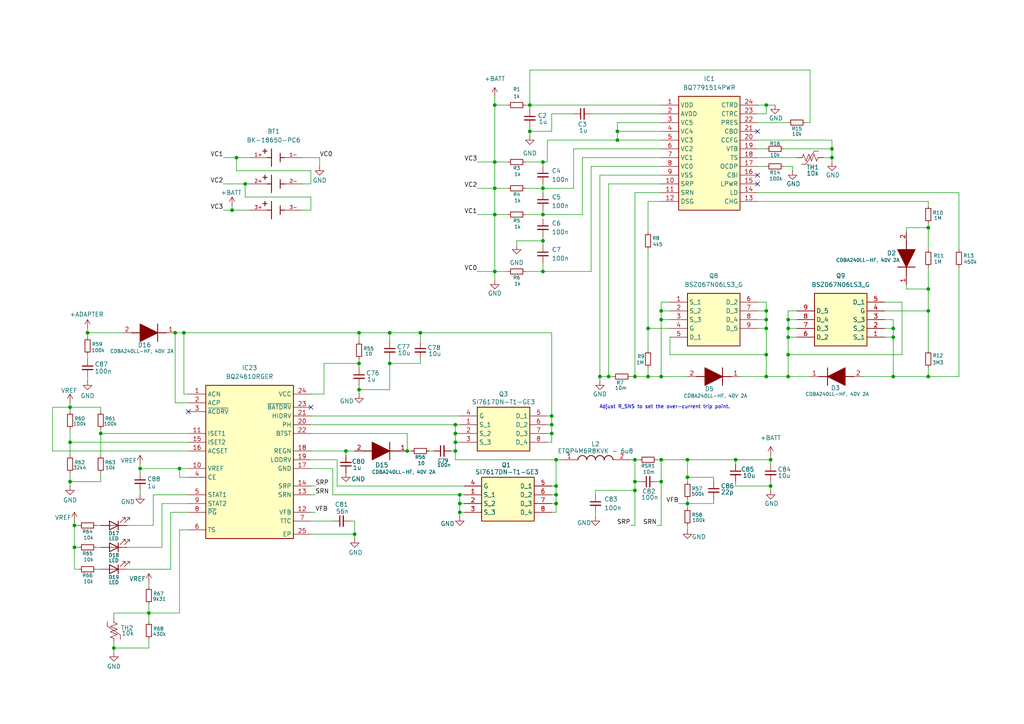
<source format=kicad_sch>
(kicad_sch (version 20250114) (generator "eeschema") (generator_version "9.0")
  (paper "A4")
  (title_block (title "HEDGE2 EPS") (date "2025-10-29") (rev "V0.8") (company "University of Virginia") (comment 1 "Department of Mechanical and Aerospace Engineering") (comment 2 "Edison Wong"))
  (text "Adjust R_SNS to set the over-current trip point." (at 192.786 118.11 0) (effects (font (size 1.016 1.016))))
  (junction (at 157.48 46.99))
  (junction (at 133.35 146.05))
  (junction (at 222.25 95.25))
  (junction (at 29.21 125.73))
  (junction (at 269.24 90.17))
  (junction (at 199.39 138.43))
  (junction (at 21.59 158.75))
  (junction (at 68.58 45.72))
  (junction (at 184.15 142.24))
  (junction (at 104.14 113.03))
  (junction (at 228.6 102.87))
  (junction (at 269.24 66.04))
  (junction (at 228.6 92.71))
  (junction (at 187.96 95.25))
  (junction (at 269.24 83.82))
  (junction (at 157.48 69.85))
  (junction (at 191.77 139.7))
  (junction (at 113.03 96.52))
  (junction (at 71.12 53.34))
  (junction (at 143.51 46.99))
  (junction (at 25.4 96.52))
  (junction (at 20.32 139.7))
  (junction (at 121.92 96.52))
  (junction (at 161.29 143.51))
  (junction (at 184.15 133.35))
  (junction (at 241.3 45.72))
  (junction (at 133.35 143.51))
  (junction (at 161.29 140.97))
  (junction (at 176.53 109.22))
  (junction (at 179.07 38.1))
  (junction (at 33.02 187.96))
  (junction (at 191.77 133.35))
  (junction (at 241.3 43.18))
  (junction (at 191.77 92.71))
  (junction (at 187.96 109.22))
  (junction (at 132.08 128.27))
  (junction (at 20.32 128.27))
  (junction (at 173.99 109.22))
  (junction (at 143.51 78.74))
  (junction (at 222.25 92.71))
  (junction (at 143.51 62.23))
  (junction (at 222.25 90.17))
  (junction (at 113.03 105.41))
  (junction (at 153.67 38.1))
  (junction (at 157.48 78.74))
  (junction (at 259.08 97.79))
  (junction (at 157.48 62.23))
  (junction (at 102.87 154.94))
  (junction (at 104.14 105.41))
  (junction (at 160.02 123.19))
  (junction (at 52.07 135.89))
  (junction (at 100.33 130.81))
  (junction (at 143.51 54.61))
  (junction (at 199.39 146.05))
  (junction (at 259.08 109.22))
  (junction (at 104.14 96.52))
  (junction (at 228.6 97.79))
  (junction (at 223.52 133.35))
  (junction (at 228.6 109.22))
  (junction (at 269.24 109.22))
  (junction (at 161.29 146.05))
  (junction (at 43.18 177.8))
  (junction (at 50.8 96.52))
  (junction (at 132.08 125.73))
  (junction (at 53.34 96.52))
  (junction (at 132.08 123.19))
  (junction (at 20.32 118.11))
  (junction (at 67.31 60.96))
  (junction (at 133.35 148.59))
  (junction (at 199.39 133.35))
  (junction (at 191.77 109.22))
  (junction (at 259.08 95.25))
  (junction (at 191.77 90.17))
  (junction (at 213.36 133.35))
  (junction (at 160.02 120.65))
  (junction (at 222.25 30.48))
  (junction (at 161.29 133.35))
  (junction (at 160.02 125.73))
  (junction (at 184.15 109.22))
  (junction (at 118.11 130.81))
  (junction (at 223.52 140.97))
  (junction (at 222.25 109.22))
  (junction (at 222.25 102.87))
  (junction (at 132.08 130.81))
  (junction (at 184.15 139.7))
  (junction (at 40.64 135.89))
  (junction (at 153.67 30.48))
  (junction (at 143.51 30.48))
  (junction (at 228.6 95.25))
  (junction (at 21.59 152.4))
  (junction (at 179.07 40.64))
  (junction (at 157.48 54.61))
  (no_connect (at 219.71 53.34))
  (no_connect (at 90.17 118.11))
  (no_connect (at -34.29 44.45))
  (no_connect (at 54.61 119.38))
  (no_connect (at 219.71 38.1))
  (no_connect (at 219.71 50.8))
  (wire (pts (xy 199.39 133.35) (xy 199.39 138.43)))
  (wire (pts (xy 176.53 53.34) (xy 176.53 109.22)))
  (wire (pts (xy 191.77 133.35) (xy 190.5 133.35)))
  (wire (pts (xy 133.35 143.51) (xy 133.35 146.05)))
  (wire (pts (xy 269.24 90.17) (xy 269.24 83.82)))
  (wire (pts (xy 278.13 55.88) (xy 278.13 72.39)))
  (wire (pts (xy 184.15 152.4) (xy 184.15 142.24)))
  (wire (pts (xy 54.61 114.3) (xy 53.34 114.3)))
  (wire (pts (xy 223.52 140.97) (xy 223.52 139.7)))
  (wire (pts (xy 256.54 92.71) (xy 259.08 92.71)))
  (wire (pts (xy 90.17 135.89) (xy 96.52 135.89)))
  (wire (pts (xy 228.6 92.71) (xy 231.14 92.71)))
  (wire (pts (xy 97.79 140.97) (xy 134.62 140.97)))
  (wire (pts (xy 269.24 83.82) (xy 262.89 83.82)))
  (wire (pts (xy 191.77 133.35) (xy 199.39 133.35)))
  (wire (pts (xy 194.31 102.87) (xy 222.25 102.87)))
  (wire (pts (xy 90.17 53.34) (xy 90.17 49.53)))
  (wire (pts (xy 173.99 50.8) (xy 191.77 50.8)))
  (wire (pts (xy 259.08 97.79) (xy 259.08 109.22)))
  (wire (pts (xy 20.32 140.97) (xy 20.32 139.7)))
  (wire (pts (xy 207.01 138.43) (xy 207.01 139.7)))
  (wire (pts (xy 29.21 118.11) (xy 20.32 118.11)))
  (wire (pts (xy 158.75 46.99) (xy 158.75 40.64)))
  (wire (pts (xy 161.29 146.05) (xy 160.02 146.05)))
  (wire (pts (xy 133.35 146.05) (xy 134.62 146.05)))
  (wire (pts (xy 20.32 116.84) (xy 20.32 118.11)))
  (wire (pts (xy 102.87 151.13) (xy 102.87 154.94)))
  (wire (pts (xy 173.99 110.49) (xy 173.99 109.22)))
  (wire (pts (xy 67.31 59.69) (xy 67.31 60.96)))
  (wire (pts (xy 173.99 50.8) (xy 173.99 109.22)))
  (wire (pts (xy 121.92 96.52) (xy 160.02 96.52)))
  (wire (pts (xy 138.43 78.74) (xy 143.51 78.74)))
  (wire (pts (xy 90.17 151.13) (xy 96.52 151.13)))
  (wire (pts (xy 21.59 152.4) (xy 21.59 158.75)))
  (wire (pts (xy 36.83 152.4) (xy 44.45 152.4)))
  (wire (pts (xy 269.24 109.22) (xy 269.24 106.68)))
  (wire (pts (xy 153.67 30.48) (xy 191.77 30.48)))
  (wire (pts (xy 228.6 102.87) (xy 261.62 102.87)))
  (wire (pts (xy 191.77 152.4) (xy 191.77 139.7)))
  (wire (pts (xy 21.59 151.13) (xy 21.59 152.4)))
  (wire (pts (xy 227.33 48.26) (xy 229.87 48.26)))
  (wire (pts (xy 223.52 132.08) (xy 223.52 133.35)))
  (wire (pts (xy 100.33 130.81) (xy 102.87 130.81)))
  (wire (pts (xy 184.15 139.7) (xy 184.15 142.24)))
  (wire (pts (xy 199.39 146.05) (xy 199.39 147.32)))
  (wire (pts (xy 160.02 33.02) (xy 166.37 33.02)))
  (wire (pts (xy 176.53 109.22) (xy 177.8 109.22)))
  (wire (pts (xy 20.32 139.7) (xy 29.21 139.7)))
  (wire (pts (xy 64.77 53.34) (xy 71.12 53.34)))
  (wire (pts (xy 97.79 133.35) (xy 97.79 140.97)))
  (wire (pts (xy 101.6 151.13) (xy 102.87 151.13)))
  (wire (pts (xy 213.36 139.7) (xy 213.36 140.97)))
  (wire (pts (xy 25.4 102.87) (xy 25.4 104.14)))
  (wire (pts (xy 121.92 104.14) (xy 121.92 105.41)))
  (wire (pts (xy 152.4 78.74) (xy 157.48 78.74)))
  (wire (pts (xy 121.92 99.06) (xy 121.92 96.52)))
  (wire (pts (xy 104.14 99.06) (xy 104.14 96.52)))
  (wire (pts (xy 157.48 54.61) (xy 157.48 55.88)))
  (wire (pts (xy 182.88 133.35) (xy 184.15 133.35)))
  (wire (pts (xy 187.96 72.39) (xy 187.96 95.25)))
  (wire (pts (xy 199.39 144.78) (xy 199.39 146.05)))
  (wire (pts (xy 20.32 128.27) (xy 54.61 128.27)))
  (wire (pts (xy 52.07 153.67) (xy 52.07 177.8)))
  (wire (pts (xy 25.4 96.52) (xy 35.56 96.52)))
  (wire (pts (xy 160.02 125.73) (xy 158.75 125.73)))
  (wire (pts (xy 20.32 118.11) (xy 20.32 119.38)))
  (wire (pts (xy 158.75 120.65) (xy 160.02 120.65)))
  (wire (pts (xy 223.52 140.97) (xy 223.52 142.24)))
  (wire (pts (xy 29.21 125.73) (xy 29.21 132.08)))
  (wire (pts (xy 179.07 35.56) (xy 191.77 35.56)))
  (wire (pts (xy 121.92 105.41) (xy 113.03 105.41)))
  (wire (pts (xy 40.64 135.89) (xy 52.07 135.89)))
  (wire (pts (xy 222.25 33.02) (xy 219.71 33.02)))
  (wire (pts (xy 176.53 53.34) (xy 191.77 53.34)))
  (wire (pts (xy 184.15 55.88) (xy 184.15 109.22)))
  (wire (pts (xy 149.86 69.85) (xy 149.86 71.12)))
  (wire (pts (xy 153.67 20.32) (xy 234.95 20.32)))
  (wire (pts (xy 259.08 92.71) (xy 259.08 95.25)))
  (wire (pts (xy 214.63 109.22) (xy 222.25 109.22)))
  (wire (pts (xy 187.96 95.25) (xy 187.96 101.6)))
  (wire (pts (xy 93.98 114.3) (xy 93.98 105.41)))
  (wire (pts (xy 20.32 118.11) (xy 15.24 118.11)))
  (wire (pts (xy 143.51 54.61) (xy 143.51 62.23)))
  (wire (pts (xy 219.71 92.71) (xy 222.25 92.71)))
  (wire (pts (xy 187.96 58.42) (xy 191.77 58.42)))
  (wire (pts (xy 228.6 92.71) (xy 228.6 95.25)))
  (wire (pts (xy 143.51 46.99) (xy 143.51 30.48)))
  (wire (pts (xy 219.71 40.64) (xy 241.3 40.64)))
  (wire (pts (xy 256.54 87.63) (xy 261.62 87.63)))
  (wire (pts (xy 222.25 30.48) (xy 222.25 33.02)))
  (wire (pts (xy 229.87 48.26) (xy 229.87 49.53)))
  (wire (pts (xy 132.08 130.81) (xy 132.08 133.35)))
  (wire (pts (xy 29.21 137.16) (xy 29.21 139.7)))
  (wire (pts (xy 33.02 177.8) (xy 43.18 177.8)))
  (wire (pts (xy 113.03 96.52) (xy 104.14 96.52)))
  (wire (pts (xy 269.24 90.17) (xy 269.24 101.6)))
  (wire (pts (xy 199.39 139.7) (xy 199.39 138.43)))
  (wire (pts (xy 222.25 109.22) (xy 228.6 109.22)))
  (wire (pts (xy 29.21 125.73) (xy 54.61 125.73)))
  (wire (pts (xy 93.98 105.41) (xy 104.14 105.41)))
  (wire (pts (xy 213.36 133.35) (xy 223.52 133.35)))
  (wire (pts (xy 92.71 45.72) (xy 92.71 48.26)))
  (wire (pts (xy 191.77 92.71) (xy 194.31 92.71)))
  (wire (pts (xy 158.75 128.27) (xy 160.02 128.27)))
  (wire (pts (xy 50.8 96.52) (xy 53.34 96.52)))
  (wire (pts (xy 172.72 142.24) (xy 184.15 142.24)))
  (wire (pts (xy 52.07 138.43) (xy 52.07 135.89)))
  (wire (pts (xy 54.61 148.59) (xy 49.53 148.59)))
  (wire (pts (xy 27.94 158.75) (xy 29.21 158.75)))
  (wire (pts (xy 199.39 146.05) (xy 196.85 146.05)))
  (wire (pts (xy 168.91 45.72) (xy 191.77 45.72)))
  (wire (pts (xy 191.77 87.63) (xy 191.77 90.17)))
  (wire (pts (xy 207.01 144.78) (xy 207.01 146.05)))
  (wire (pts (xy 269.24 66.04) (xy 269.24 64.77)))
  (wire (pts (xy 219.71 45.72) (xy 231.14 45.72)))
  (wire (pts (xy 152.4 62.23) (xy 157.48 62.23)))
  (wire (pts (xy 90.17 57.15) (xy 90.17 60.96)))
  (wire (pts (xy 160.02 123.19) (xy 160.02 125.73)))
  (wire (pts (xy 71.12 53.34) (xy 72.39 53.34)))
  (wire (pts (xy 219.71 58.42) (xy 269.24 58.42)))
  (wire (pts (xy 134.62 143.51) (xy 133.35 143.51)))
  (wire (pts (xy 20.32 137.16) (xy 20.32 139.7)))
  (wire (pts (xy 25.4 95.25) (xy 25.4 96.52)))
  (wire (pts (xy 53.34 114.3) (xy 53.34 96.52)))
  (wire (pts (xy 219.71 90.17) (xy 222.25 90.17)))
  (wire (pts (xy 157.48 48.26) (xy 157.48 46.99)))
  (wire (pts (xy 52.07 135.89) (xy 54.61 135.89)))
  (wire (pts (xy 160.02 96.52) (xy 160.02 120.65)))
  (wire (pts (xy 179.07 38.1) (xy 191.77 38.1)))
  (wire (pts (xy 153.67 36.83) (xy 153.67 38.1)))
  (wire (pts (xy 67.31 60.96) (xy 72.39 60.96)))
  (wire (pts (xy 133.35 125.73) (xy 132.08 125.73)))
  (wire (pts (xy 261.62 87.63) (xy 261.62 102.87)))
  (wire (pts (xy 256.54 95.25) (xy 259.08 95.25)))
  (wire (pts (xy 132.08 123.19) (xy 132.08 125.73)))
  (wire (pts (xy 259.08 97.79) (xy 259.08 95.25)))
  (wire (pts (xy 262.89 67.31) (xy 262.89 66.04)))
  (wire (pts (xy 191.77 109.22) (xy 199.39 109.22)))
  (wire (pts (xy 90.17 114.3) (xy 93.98 114.3)))
  (wire (pts (xy 124.46 130.81) (xy 125.73 130.81)))
  (wire (pts (xy 278.13 77.47) (xy 278.13 109.22)))
  (wire (pts (xy 25.4 96.52) (xy 25.4 97.79)))
  (wire (pts (xy 132.08 123.19) (xy 133.35 123.19)))
  (wire (pts (xy 43.18 187.96) (xy 33.02 187.96)))
  (wire (pts (xy 118.11 125.73) (xy 118.11 130.81)))
  (wire (pts (xy 228.6 97.79) (xy 231.14 97.79)))
  (wire (pts (xy 234.95 35.56) (xy 233.68 35.56)))
  (wire (pts (xy 20.32 124.46) (xy 20.32 128.27)))
  (wire (pts (xy 259.08 109.22) (xy 269.24 109.22)))
  (wire (pts (xy 231.14 90.17) (xy 228.6 90.17)))
  (wire (pts (xy 104.14 113.03) (xy 104.14 114.3)))
  (wire (pts (xy 100.33 130.81) (xy 100.33 132.08)))
  (wire (pts (xy 166.37 54.61) (xy 157.48 54.61)))
  (wire (pts (xy 138.43 62.23) (xy 143.51 62.23)))
  (wire (pts (xy 102.87 156.21) (xy 102.87 154.94)))
  (wire (pts (xy 143.51 78.74) (xy 143.51 81.28)))
  (wire (pts (xy 49.53 148.59) (xy 49.53 165.1)))
  (wire (pts (xy 90.17 143.51) (xy 91.44 143.51)))
  (wire (pts (xy 219.71 43.18) (xy 222.25 43.18)))
  (wire (pts (xy 27.94 152.4) (xy 29.21 152.4)))
  (wire (pts (xy 68.58 45.72) (xy 72.39 45.72)))
  (wire (pts (xy 168.91 62.23) (xy 157.48 62.23)))
  (wire (pts (xy 199.39 138.43) (xy 207.01 138.43)))
  (wire (pts (xy 15.24 130.81) (xy 54.61 130.81)))
  (wire (pts (xy 113.03 105.41) (xy 113.03 113.03)))
  (wire (pts (xy 40.64 137.16) (xy 40.64 135.89)))
  (wire (pts (xy 90.17 154.94) (xy 102.87 154.94)))
  (wire (pts (xy 161.29 148.59) (xy 161.29 146.05)))
  (wire (pts (xy 184.15 133.35) (xy 185.42 133.35)))
  (wire (pts (xy 241.3 45.72) (xy 241.3 43.18)))
  (wire (pts (xy 113.03 96.52) (xy 113.03 99.06)))
  (wire (pts (xy 223.52 133.35) (xy 223.52 134.62)))
  (wire (pts (xy 71.12 57.15) (xy 90.17 57.15)))
  (wire (pts (xy 54.61 146.05) (xy 46.99 146.05)))
  (wire (pts (xy 179.07 40.64) (xy 191.77 40.64)))
  (wire (pts (xy 43.18 185.42) (xy 43.18 187.96)))
  (wire (pts (xy 179.07 38.1) (xy 179.07 40.64)))
  (wire (pts (xy 190.5 152.4) (xy 191.77 152.4)))
  (wire (pts (xy 160.02 148.59) (xy 161.29 148.59)))
  (wire (pts (xy 191.77 90.17) (xy 194.31 90.17)))
  (wire (pts (xy 160.02 140.97) (xy 161.29 140.97)))
  (wire (pts (xy 157.48 54.61) (xy 157.48 53.34)))
  (wire (pts (xy 199.39 152.4) (xy 199.39 153.67)))
  (wire (pts (xy 162.56 133.35) (xy 161.29 133.35)))
  (wire (pts (xy 158.75 123.19) (xy 160.02 123.19)))
  (wire (pts (xy 153.67 30.48) (xy 153.67 31.75)))
  (wire (pts (xy 52.07 153.67) (xy 54.61 153.67)))
  (wire (pts (xy 90.17 123.19) (xy 132.08 123.19)))
  (wire (pts (xy 161.29 133.35) (xy 161.29 140.97)))
  (wire (pts (xy 44.45 152.4) (xy 44.45 143.51)))
  (wire (pts (xy 241.3 45.72) (xy 241.3 46.99)))
  (wire (pts (xy 132.08 133.35) (xy 161.29 133.35)))
  (wire (pts (xy 213.36 133.35) (xy 213.36 134.62)))
  (wire (pts (xy 113.03 104.14) (xy 113.03 105.41)))
  (wire (pts (xy 190.5 139.7) (xy 191.77 139.7)))
  (wire (pts (xy 149.86 69.85) (xy 157.48 69.85)))
  (wire (pts (xy 191.77 90.17) (xy 191.77 92.71)))
  (wire (pts (xy 228.6 97.79) (xy 228.6 102.87)))
  (wire (pts (xy 171.45 33.02) (xy 191.77 33.02)))
  (wire (pts (xy 179.07 35.56) (xy 179.07 38.1)))
  (wire (pts (xy 222.25 95.25) (xy 219.71 95.25)))
  (wire (pts (xy 184.15 139.7) (xy 184.15 133.35)))
  (wire (pts (xy 234.95 20.32) (xy 234.95 35.56)))
  (wire (pts (xy 96.52 143.51) (xy 133.35 143.51)))
  (wire (pts (xy 219.71 55.88) (xy 278.13 55.88)))
  (wire (pts (xy 25.4 109.22) (xy 25.4 110.49)))
  (wire (pts (xy 160.02 128.27) (xy 160.02 125.73)))
  (wire (pts (xy 29.21 119.38) (xy 29.21 118.11)))
  (wire (pts (xy 21.59 158.75) (xy 22.86 158.75)))
  (wire (pts (xy 49.53 165.1) (xy 36.83 165.1)))
  (wire (pts (xy 143.51 46.99) (xy 138.43 46.99)))
  (wire (pts (xy 157.48 68.58) (xy 157.48 69.85)))
  (wire (pts (xy 43.18 168.91) (xy 43.18 170.18)))
  (wire (pts (xy 160.02 120.65) (xy 160.02 123.19)))
  (wire (pts (xy 187.96 109.22) (xy 191.77 109.22)))
  (wire (pts (xy 46.99 158.75) (xy 36.83 158.75)))
  (wire (pts (xy 238.76 45.72) (xy 241.3 45.72)))
  (wire (pts (xy 182.88 109.22) (xy 184.15 109.22)))
  (wire (pts (xy 157.48 78.74) (xy 171.45 78.74)))
  (wire (pts (xy 228.6 102.87) (xy 228.6 109.22)))
  (wire (pts (xy 147.32 46.99) (xy 143.51 46.99)))
  (wire (pts (xy 46.99 146.05) (xy 46.99 158.75)))
  (wire (pts (xy 222.25 87.63) (xy 222.25 90.17)))
  (wire (pts (xy 194.31 87.63) (xy 191.77 87.63)))
  (wire (pts (xy 33.02 186.69) (xy 33.02 187.96)))
  (wire (pts (xy 143.51 54.61) (xy 147.32 54.61)))
  (wire (pts (xy 130.81 130.81) (xy 132.08 130.81)))
  (wire (pts (xy 187.96 58.42) (xy 187.96 67.31)))
  (wire (pts (xy 96.52 135.89) (xy 96.52 143.51)))
  (wire (pts (xy 113.03 113.03) (xy 104.14 113.03)))
  (wire (pts (xy 143.51 46.99) (xy 143.51 54.61)))
  (wire (pts (xy 33.02 187.96) (xy 33.02 189.23)))
  (wire (pts (xy 219.71 35.56) (xy 228.6 35.56)))
  (wire (pts (xy 43.18 175.26) (xy 43.18 177.8)))
  (wire (pts (xy 90.17 148.59) (xy 91.44 148.59)))
  (wire (pts (xy 143.51 62.23) (xy 143.51 78.74)))
  (wire (pts (xy 191.77 55.88) (xy 184.15 55.88)))
  (wire (pts (xy 199.39 146.05) (xy 207.01 146.05)))
  (wire (pts (xy 157.48 78.74) (xy 157.48 76.2)))
  (wire (pts (xy 184.15 109.22) (xy 187.96 109.22)))
  (wire (pts (xy 133.35 148.59) (xy 133.35 149.86)))
  (wire (pts (xy 213.36 140.97) (xy 223.52 140.97)))
  (wire (pts (xy 157.48 46.99) (xy 158.75 46.99)))
  (wire (pts (xy 160.02 143.51) (xy 161.29 143.51)))
  (wire (pts (xy 87.63 53.34) (xy 90.17 53.34)))
  (wire (pts (xy 256.54 97.79) (xy 259.08 97.79)))
  (wire (pts (xy 187.96 106.68) (xy 187.96 109.22)))
  (wire (pts (xy 90.17 120.65) (xy 133.35 120.65)))
  (wire (pts (xy 173.99 109.22) (xy 176.53 109.22)))
  (wire (pts (xy 185.42 139.7) (xy 184.15 139.7)))
  (wire (pts (xy 143.51 30.48) (xy 147.32 30.48)))
  (wire (pts (xy 90.17 130.81) (xy 100.33 130.81)))
  (wire (pts (xy 166.37 43.18) (xy 191.77 43.18)))
  (wire (pts (xy 20.32 128.27) (xy 20.32 132.08)))
  (wire (pts (xy 161.29 143.51) (xy 161.29 146.05)))
  (wire (pts (xy 187.96 95.25) (xy 194.31 95.25)))
  (wire (pts (xy 256.54 90.17) (xy 269.24 90.17)))
  (wire (pts (xy 228.6 95.25) (xy 228.6 97.79)))
  (wire (pts (xy 241.3 40.64) (xy 241.3 43.18)))
  (wire (pts (xy 134.62 148.59) (xy 133.35 148.59)))
  (wire (pts (xy 172.72 143.51) (xy 172.72 142.24)))
  (wire (pts (xy 222.25 30.48) (xy 224.79 30.48)))
  (wire (pts (xy 219.71 48.26) (xy 222.25 48.26)))
  (wire (pts (xy 171.45 78.74) (xy 171.45 48.26)))
  (wire (pts (xy 222.25 92.71) (xy 222.25 95.25)))
  (wire (pts (xy 43.18 177.8) (xy 43.18 180.34)))
  (wire (pts (xy 68.58 49.53) (xy 68.58 45.72)))
  (wire (pts (xy 44.45 143.51) (xy 54.61 143.51)))
  (wire (pts (xy 199.39 133.35) (xy 213.36 133.35)))
  (wire (pts (xy 87.63 45.72) (xy 92.71 45.72)))
  (wire (pts (xy 54.61 138.43) (xy 52.07 138.43)))
  (wire (pts (xy 50.8 116.84) (xy 54.61 116.84)))
  (wire (pts (xy 153.67 38.1) (xy 160.02 38.1)))
  (wire (pts (xy 33.02 179.07) (xy 33.02 177.8)))
  (wire (pts (xy 172.72 148.59) (xy 172.72 149.86)))
  (wire (pts (xy 228.6 109.22) (xy 234.95 109.22)))
  (wire (pts (xy 90.17 140.97) (xy 91.44 140.97)))
  (wire (pts (xy 132.08 125.73) (xy 132.08 128.27)))
  (wire (pts (xy 157.48 69.85) (xy 157.48 71.12)))
  (wire (pts (xy 222.25 95.25) (xy 222.25 102.87)))
  (wire (pts (xy 219.71 87.63) (xy 222.25 87.63)))
  (wire (pts (xy 15.24 118.11) (xy 15.24 130.81)))
  (wire (pts (xy 219.71 30.48) (xy 222.25 30.48)))
  (wire (pts (xy 64.77 60.96) (xy 67.31 60.96)))
  (wire (pts (xy 227.33 43.18) (xy 241.3 43.18)))
  (wire (pts (xy 133.35 128.27) (xy 132.08 128.27)))
  (wire (pts (xy 90.17 133.35) (xy 97.79 133.35)))
  (wire (pts (xy 40.64 134.62) (xy 40.64 135.89)))
  (wire (pts (xy 104.14 111.76) (xy 104.14 113.03)))
  (wire (pts (xy 104.14 96.52) (xy 53.34 96.52)))
  (wire (pts (xy 118.11 130.81) (xy 119.38 130.81)))
  (wire (pts (xy 152.4 54.61) (xy 157.48 54.61)))
  (wire (pts (xy 262.89 66.04) (xy 269.24 66.04)))
  (wire (pts (xy 104.14 105.41) (xy 104.14 104.14)))
  (wire (pts (xy 64.77 45.72) (xy 68.58 45.72)))
  (wire (pts (xy 90.17 49.53) (xy 68.58 49.53)))
  (wire (pts (xy 191.77 139.7) (xy 191.77 133.35)))
  (wire (pts (xy 182.88 152.4) (xy 184.15 152.4)))
  (wire (pts (xy 71.12 53.34) (xy 71.12 57.15)))
  (wire (pts (xy 133.35 146.05) (xy 133.35 148.59)))
  (wire (pts (xy 132.08 128.27) (xy 132.08 130.81)))
  (wire (pts (xy 21.59 152.4) (xy 22.86 152.4)))
  (wire (pts (xy 269.24 109.22) (xy 278.13 109.22)))
  (wire (pts (xy 153.67 30.48) (xy 153.67 20.32)))
  (wire (pts (xy 104.14 105.41) (xy 104.14 106.68)))
  (wire (pts (xy 152.4 30.48) (xy 153.67 30.48)))
  (wire (pts (xy 157.48 62.23) (xy 157.48 60.96)))
  (wire (pts (xy 222.25 90.17) (xy 222.25 92.71)))
  (wire (pts (xy 191.77 92.71) (xy 191.77 109.22)))
  (wire (pts (xy 143.51 54.61) (xy 138.43 54.61)))
  (wire (pts (xy 40.64 143.51) (xy 40.64 142.24)))
  (wire (pts (xy 222.25 102.87) (xy 222.25 109.22)))
  (wire (pts (xy 269.24 77.47) (xy 269.24 83.82)))
  (wire (pts (xy 250.19 109.22) (xy 259.08 109.22)))
  (wire (pts (xy 21.59 158.75) (xy 21.59 165.1)))
  (wire (pts (xy 121.92 96.52) (xy 113.03 96.52)))
  (wire (pts (xy 262.89 83.82) (xy 262.89 82.55)))
  (wire (pts (xy 228.6 95.25) (xy 231.14 95.25)))
  (wire (pts (xy 50.8 96.52) (xy 50.8 116.84)))
  (wire (pts (xy 90.17 60.96) (xy 87.63 60.96)))
  (wire (pts (xy 194.31 97.79) (xy 194.31 102.87)))
  (wire (pts (xy 52.07 177.8) (xy 43.18 177.8)))
  (wire (pts (xy 269.24 66.04) (xy 269.24 72.39)))
  (wire (pts (xy 21.59 165.1) (xy 22.86 165.1)))
  (wire (pts (xy 166.37 43.18) (xy 166.37 54.61)))
  (wire (pts (xy 168.91 45.72) (xy 168.91 62.23)))
  (wire (pts (xy 160.02 33.02) (xy 160.02 38.1)))
  (wire (pts (xy 29.21 124.46) (xy 29.21 125.73)))
  (wire (pts (xy 90.17 125.73) (xy 118.11 125.73)))
  (wire (pts (xy 161.29 140.97) (xy 161.29 143.51)))
  (wire (pts (xy 228.6 90.17) (xy 228.6 92.71)))
  (wire (pts (xy 143.51 62.23) (xy 147.32 62.23)))
  (wire (pts (xy 269.24 58.42) (xy 269.24 59.69)))
  (wire (pts (xy 27.94 165.1) (xy 29.21 165.1)))
  (wire (pts (xy 143.51 27.94) (xy 143.51 30.48)))
  (wire (pts (xy 152.4 46.99) (xy 157.48 46.99)))
  (wire (pts (xy 143.51 78.74) (xy 147.32 78.74)))
  (wire (pts (xy 171.45 48.26) (xy 191.77 48.26)))
  (wire (pts (xy 158.75 40.64) (xy 179.07 40.64)))
  (wire (pts (xy 153.67 38.1) (xy 153.67 39.37)))
  (label "VC2" (at 64.77 53.34 180))
  (label "VFB" (at 91.44 148.59 0))
  (label "VC0" (at 138.43 78.74 180))
  (label "VC3" (at 64.77 60.96 180))
  (label "SRN" (at 91.44 143.51 0))
  (label "SRP" (at 91.44 140.97 0))
  (label "VC1" (at 64.77 45.72 180))
  (label "SRN" (at 190.5 152.4 180))
  (label "VC3" (at 138.43 46.99 180))
  (label "VC1" (at 138.43 62.23 180))
  (label "SRP" (at 182.88 152.4 180))
  (label "VC2" (at 138.43 54.61 180))
  (label "VC0" (at 92.71 45.72 0))
  (label "VFB" (at 196.85 146.05 180))
  (symbol (lib_id "power:GND") (at 133.35 149.86 0) (unit 1)
    (property "Reference" "#PWR0167" (effects (hide yes)))
    (property "Value" "GND" (at 129.794 151.892 0))
    (property "Description" "Power symbol creates a global label with name \"GND\" , ground" (effects (hide yes)))
  )
  (symbol (lib_id "Device:R_Small") (at 29.21 121.92 180) (unit 1)
    (property "Reference" "R61" (at 32.004 121.412 0) (effects (font (size 1.016 1.016))))
    (property "Value" "100k" (at 32.004 122.936 0) (effects (font (size 1.016 1.016))))
    (property "Description" "Current sense Resistor, small symbol" (effects (hide yes)))
  )
  (symbol (lib_id "Device:C_Small") (at 121.92 101.6 0) (unit 1)
    (property "Reference" "C78" (at 123.952 100.838 0) (effects (justify left)))
    (property "Value" "10u" (at 124.206 102.616 0) (effects (justify left)))
    (property "Description" "Unpolarized capacitor, small symbol" (effects (hide yes)))
  )
  (symbol (lib_id "HEDGE2:CDBA240LL-HF") (at 50.8 96.52 180) (unit 1)
    (property "Reference" "D16" (at 41.91 100.076 0))
    (property "Value" "CDBA240LL-HF, 40V 2A" (at 41.148 101.854 0) (effects (font (size 1.016 1.016))))
    (property "Footprint" "DIOM5225X250N" (effects (hide yes)))
    (property "Datasheet" "https://datasheet.datasheetarchive.com/originals/distributors/Datasheets-DGA22/1401764.pdf" (effects (hide yes)))
    (property "Description" "Ultra Low VF SMD Schottky Barrier Rectifiers" (effects (hide yes)))
    (property "Height" "2.5" (effects (hide yes)))
    (property "Manufacturer_Name" "Comchip Technology" (effects (hide yes)))
    (property "Manufacturer_Part_Number" "CDBA240LL-HF" (effects (hide yes)))
    (property "Mouser Part Number" "750-CDBA240LL-HF" (effects (hide yes)))
    (property "Mouser Price/Stock" "https://www.mouser.co.uk/ProductDetail/Comchip-Technology/CDBA240LL-HF?qs=2qJf6qQ4IOK8%252BRkX5aZc7g%3D%3D" (effects (hide yes)))
    (property "Arrow Part Number" "CDBA240LL-HF" (effects (hide yes)))
    (property "Arrow Price/Stock" "https://www.arrow.com/en/products/cdba240ll-hf/comchip-technology?region=nac" (effects (hide yes)))
  )
  (symbol (lib_id "Device:R_Small") (at 199.39 142.24 180) (unit 1)
    (property "Reference" "R57" (at 202.184 141.732 0) (effects (font (size 1.016 1.016))))
    (property "Value" "500k" (at 202.438 143.256 0) (effects (font (size 1.016 1.016))))
    (property "Description" "Current sense Resistor, small symbol" (effects (hide yes)))
  )
  (symbol (lib_id "Device:R_Small") (at 25.4 165.1 90) (unit 1)
    (property "Reference" "R66" (at 25.4 166.878 90) (effects (font (size 1.016 1.016))))
    (property "Value" "10k" (at 25.654 168.656 90) (effects (font (size 1.016 1.016))))
    (property "Description" "Resistor, small symbol" (effects (hide yes)))
  )
  (symbol (lib_id "Device:C_Small") (at 213.36 137.16 0) (unit 1)
    (property "Reference" "C85" (at 214.884 136.144 0) (effects (justify left)))
    (property "Value" "10u" (at 215.392 137.922 0) (effects (justify left)))
    (property "Description" "Unpolarized capacitor, small symbol" (effects (hide yes)))
  )
  (symbol (lib_id "Device:C_Small") (at 157.48 66.04 0) (unit 1)
    (property "Reference" "C6" (at 160.02 64.7762 0) (effects (justify left)))
    (property "Value" "100n" (at 160.02 67.3162 0) (effects (justify left)))
    (property "Description" "Unpolarized capacitor, small symbol" (effects (hide yes)))
  )
  (symbol (lib_id "Device:C_Small") (at 104.14 109.22 0) (unit 1)
    (property "Reference" "C76" (at 106.172 108.204 0) (effects (justify left)))
    (property "Value" "1u" (at 106.426 109.982 0) (effects (justify left)))
    (property "Description" "Unpolarized capacitor, small symbol" (effects (hide yes)))
  )
  (symbol (lib_id "Device:R_Small") (at 278.13 74.93 180) (unit 1)
    (property "Reference" "R13" (at 280.924 74.168 0) (effects (font (size 1.016 1.016))))
    (property "Value" "450k" (at 281.432 75.946 0) (effects (font (size 1.016 1.016))))
    (property "Description" "Current sense Resistor, small symbol" (effects (hide yes)))
  )
  (symbol (lib_id "Device:R_Small") (at 149.86 78.74 90) (unit 1)
    (property "Reference" "R6" (at 149.86 80.518 90) (effects (font (size 1.016 1.016))))
    (property "Value" "1k" (at 150.114 82.296 90) (effects (font (size 1.016 1.016))))
    (property "Description" "Resistor, small symbol" (effects (hide yes)))
  )
  (symbol (lib_id "power:+BATT") (at 40.64 134.62 0) (unit 1)
    (property "Reference" "#PWR0158" (effects (hide yes)))
    (property "Value" "VREF" (at 37.338 133.604 0))
    (property "Description" "Power symbol creates a global label with name \"+BATT\"" (effects (hide yes)))
  )
  (symbol (lib_id "Device:R_Small") (at 20.32 121.92 180) (unit 1)
    (property "Reference" "R60" (at 23.114 121.412 0) (effects (font (size 1.016 1.016))))
    (property "Value" "100k" (at 23.114 122.936 0) (effects (font (size 1.016 1.016))))
    (property "Description" "Current sense Resistor, small symbol" (effects (hide yes)))
  )
  (symbol (lib_id "power:+BATT") (at 143.51 27.94 0) (unit 1)
    (property "Reference" "#PWR07" (effects (hide yes)))
    (property "Value" "+BATT" (at 143.51 22.86 0))
    (property "Description" "Power symbol creates a global label with name \"+BATT\"" (effects (hide yes)))
  )
  (symbol (lib_id "Device:C_Small") (at 113.03 101.6 0) (unit 1)
    (property "Reference" "C77" (at 115.062 100.584 0) (effects (justify left)))
    (property "Value" "10u" (at 115.316 102.362 0) (effects (justify left)))
    (property "Description" "Unpolarized capacitor, small symbol" (effects (hide yes)))
  )
  (symbol (lib_name "SI7617DN-T1-GE3_1") (lib_id "HEDGE2:SI7617DN-T1-GE3") (at 133.35 120.65 0) (unit 1)
    (property "Reference" "Q3" (at 146.05 114.3 0))
    (property "Value" "SI7617DN-T1-GE3" (at 146.05 116.586 0))
    (property "Footprint" "SIS862DNT1GE3" (effects (hide yes)))
    (property "Datasheet" "http://www.vishay.com/docs/65164/si7617dn.pdf" (effects (hide yes)))
    (property "Description" "VISHAY - SI7617DN-T1-GE3 - MOSFET, P CH, 30V, 35A, POWERPAK" (effects (hide yes)))
    (property "Manufacturer_Name" "Vishay" (effects (hide yes)))
    (property "Manufacturer_Part_Number" "SI7617DN-T1-GE3" (effects (hide yes)))
    (property "Mouser Part Number" "781-SI7617DN-GE3" (effects (hide yes)))
    (property "Mouser Price/Stock" "https://www.mouser.co.uk/ProductDetail/Vishay-Semiconductors/SI7617DN-T1-GE3?qs=kt16UJ73eEF1rWSJwJchzg%3D%3D" (effects (hide yes)))
    (property "Arrow Part Number" "SI7617DN-T1-GE3" (effects (hide yes)))
    (property "Arrow Price/Stock" "https://www.arrow.com/en/products/si7617dn-t1-ge3/vishay?utm_currency=USD&region=nac" (effects (hide yes)))
  )
  (symbol (lib_id "Device:R_Small") (at 29.21 134.62 180) (unit 1)
    (property "Reference" "R63" (at 32.004 134.112 0) (effects (font (size 1.016 1.016))))
    (property "Value" "10k" (at 32.004 135.636 0) (effects (font (size 1.016 1.016))))
    (property "Description" "Current sense Resistor, small symbol" (effects (hide yes)))
  )
  (symbol (lib_id "Device:R_Small") (at 25.4 152.4 90) (unit 1)
    (property "Reference" "R64" (at 25.4 154.178 90) (effects (font (size 1.016 1.016))))
    (property "Value" "10k" (at 25.654 155.956 90) (effects (font (size 1.016 1.016))))
    (property "Description" "Resistor, small symbol" (effects (hide yes)))
  )
  (symbol (lib_id "power:GND") (at 102.87 156.21 0) (unit 1)
    (property "Reference" "#PWR0163" (effects (hide yes)))
    (property "Value" "GND" (at 103.124 160.274 0))
    (property "Description" "Power symbol creates a global label with name \"GND\" , ground" (effects (hide yes)))
  )
  (symbol (lib_id "Device:C_Small") (at 172.72 146.05 0) (unit 1)
    (property "Reference" "C83" (at 175.26 144.7862 0) (effects (justify left)))
    (property "Value" "100n" (at 175.26 147.3262 0) (effects (justify left)))
    (property "Description" "Unpolarized capacitor, small symbol" (effects (hide yes)))
  )
  (symbol (lib_id "Device:C_Small") (at 100.33 134.62 180) (unit 1)
    (property "Reference" "C80" (at 105.918 133.858 0) (effects (justify left)))
    (property "Value" "1u" (at 104.902 135.636 0) (effects (justify left)))
    (property "Description" "Unpolarized capacitor, small symbol" (effects (hide yes)))
  )
  (symbol (lib_id "Device:R_Small") (at 149.86 62.23 90) (unit 1)
    (property "Reference" "R5" (at 149.86 64.008 90) (effects (font (size 1.016 1.016))))
    (property "Value" "1k" (at 150.114 65.786 90) (effects (font (size 1.016 1.016))))
    (property "Description" "Resistor, small symbol" (effects (hide yes)))
  )
  (symbol (lib_name "BQ24610RGER_1") (lib_id "HEDGE2:BQ24610RGER") (at 54.61 137.16 0) (unit 1)
    (property "Reference" "IC23" (at 72.39 106.68 0))
    (property "Value" "BQ24610RGER" (at 72.39 109.22 0))
    (property "Footprint" "QFN50P400X400X100-25N-D" (effects (hide yes)))
    (property "Datasheet" "http://www.ti.com/lit/gpn/bq24610" (effects (hide yes)))
    (property "Description" "Stand-Alone Synchronous Switch-Mode Li-Ion or Li-Polymer Battery Charger with 5V28V VCC Input" (effects (hide yes)))
    (property "Height" "1" (effects (hide yes)))
    (property "Manufacturer_Name" "Texas Instruments" (effects (hide yes)))
    (property "Manufacturer_Part_Number" "BQ24610RGER" (effects (hide yes)))
    (property "Mouser Part Number" "595-BQ24610RGER" (effects (hide yes)))
    (property "Mouser Price/Stock" "https://www.mouser.co.uk/ProductDetail/Texas-Instruments/BQ24610RGER?qs=%2Fqzd9s%252BcLd67%2Fekl7yXWkA%3D%3D" (effects (hide yes)))
    (property "Arrow Part Number" "BQ24610RGER" (effects (hide yes)))
    (property "Arrow Price/Stock" "https://www.arrow.com/en/products/bq24610rger/texas-instruments?region=nac" (effects (hide yes)))
  )
  (symbol (lib_id "HEDGE2:CDBA240LL-HF") (at 214.63 109.22 180) (unit 1)
    (property "Reference" "D5" (at 205.74 112.776 0))
    (property "Value" "CDBA240LL-HF, 40V 2A" (at 207.518 114.808 0) (effects (font (size 1.016 1.016))))
    (property "Footprint" "DIOM5225X250N" (effects (hide yes)))
    (property "Datasheet" "https://datasheet.datasheetarchive.com/originals/distributors/Datasheets-DGA22/1401764.pdf" (effects (hide yes)))
    (property "Description" "Ultra Low VF SMD Schottky Barrier Rectifiers" (effects (hide yes)))
    (property "Height" "2.5" (effects (hide yes)))
    (property "Manufacturer_Name" "Comchip Technology" (effects (hide yes)))
    (property "Manufacturer_Part_Number" "CDBA240LL-HF" (effects (hide yes)))
    (property "Mouser Part Number" "750-CDBA240LL-HF" (effects (hide yes)))
    (property "Mouser Price/Stock" "https://www.mouser.co.uk/ProductDetail/Comchip-Technology/CDBA240LL-HF?qs=2qJf6qQ4IOK8%252BRkX5aZc7g%3D%3D" (effects (hide yes)))
    (property "Arrow Part Number" "CDBA240LL-HF" (effects (hide yes)))
    (property "Arrow Price/Stock" "https://www.arrow.com/en/products/cdba240ll-hf/comchip-technology?region=nac" (effects (hide yes)))
  )
  (symbol (lib_id "Device:R_Small") (at 269.24 62.23 180) (unit 1)
    (property "Reference" "R10" (at 272.034 61.722 0) (effects (font (size 1.016 1.016))))
    (property "Value" "1M" (at 272.034 63.246 0) (effects (font (size 1.016 1.016))))
    (property "Description" "Current sense Resistor, small symbol" (effects (hide yes)))
  )
  (symbol (lib_id "HEDGE2:BSZ067N06LS3_G") (at 194.31 87.63 0) (unit 1)
    (property "Reference" "Q8" (at 207.01 80.01 0))
    (property "Value" "BSZ067N06LS3_G" (at 207.01 82.55 0))
    (property "Footprint" "BSZ067N06LS3G" (effects (hide yes)))
    (property "Datasheet" "https://www.infineon.com/dgdl/Infineon-BSZ067N06LS3%20G-DataSheet-v02_04-EN.pdf?fileId=db3a30431ddc9372011ebb0f41537ff6" (effects (hide yes)))
    (property "Description" "MOSFET N-Ch 60V 20A TSDSON-8 OptiMOS 3" (effects (hide yes)))
    (property "Height" "1" (effects (hide yes)))
    (property "Manufacturer_Name" "Infineon" (effects (hide yes)))
    (property "Manufacturer_Part_Number" "BSZ067N06LS3 G" (effects (hide yes)))
    (property "Mouser Part Number" "726-BSZ067N06LS3G" (effects (hide yes)))
    (property "Mouser Price/Stock" "https://www.mouser.co.uk/ProductDetail/Infineon-Technologies/BSZ067N06LS3-G?qs=wK%252BoHS4yu54ceFePPujzhw%3D%3D" (effects (hide yes)))
  )
  (symbol (lib_id "power:GND") (at 199.39 153.67 0) (unit 1)
    (property "Reference" "#PWR0169" (effects (hide yes)))
    (property "Value" "GND" (at 202.692 155.702 0))
    (property "Description" "Power symbol creates a global label with name \"GND\" , ground" (effects (hide yes)))
  )
  (symbol (lib_id "power:+BATT") (at 43.18 168.91 0) (unit 1)
    (property "Reference" "#PWR0162" (effects (hide yes)))
    (property "Value" "VREF" (at 39.878 167.894 0))
    (property "Description" "Power symbol creates a global label with name \"+BATT\"" (effects (hide yes)))
  )
  (symbol (lib_id "Device:C_Small") (at 168.91 33.02 90) (unit 1)
    (property "Reference" "C3" (at 168.91 36.068 90))
    (property "Value" "1u" (at 169.164 37.846 90))
    (property "Description" "Unpolarized capacitor, small symbol" (effects (hide yes)))
  )
  (symbol (lib_id "Device:Thermistor_US") (at 33.02 182.88 180) (unit 1)
    (property "Reference" "TH2" (at 36.83 182.118 0))
    (property "Value" "10k" (at 37.084 183.642 0))
    (property "Description" "Thermistor, temperature dependent resistor, US symbol" (effects (hide yes)))
  )
  (symbol (lib_id "Device:C_Small") (at 187.96 139.7 90) (unit 1)
    (property "Reference" "C82" (at 188.214 142.494 90))
    (property "Value" "100n" (at 188.468 144.272 90))
    (property "Description" "Unpolarized capacitor, small symbol" (effects (hide yes)))
  )
  (symbol (lib_id "power:GND") (at 92.71 48.26 0) (unit 1)
    (property "Reference" "#PWR09" (effects (hide yes)))
    (property "Value" "GND" (at 92.71 52.324 0))
    (property "Description" "Power symbol creates a global label with name \"GND\" , ground" (effects (hide yes)))
  )
  (symbol (lib_id "HEDGE2:ETQP4M6R8KVK") (at 162.56 133.35 0) (unit 1)
    (property "Reference" "L2" (at 172.72 128.778 0))
    (property "Value" "ETQP4M6R8KVK - 6u8" (at 172.72 130.81 0))
    (property "Footprint" "ETQ-P4M_KVK" (effects (hide yes)))
    (property "Datasheet" "http://industrial.panasonic.com/cdbs/www-data/pdf/AGL0000/AGL0000C63.pdf" (effects (hide yes)))
    (property "Description" "Panasonic ETQP4M Series SMD Common Mode Choke with a Metal Composite Core, 6.8 uH +/-20% 7.3A Idc" (effects (hide yes)))
    (property "Height" "4" (effects (hide yes)))
    (property "Manufacturer_Name" "Panasonic" (effects (hide yes)))
    (property "Manufacturer_Part_Number" "ETQP4M6R8KVK" (effects (hide yes)))
  )
  (symbol (lib_id "Device:LED") (at 33.02 152.4 180) (unit 1)
    (property "Reference" "D17" (at 33.02 154.686 0) (effects (font (size 1.016 1.016))))
    (property "Value" "LED" (at 33.02 156.21 0) (effects (font (size 1.016 1.016))))
    (property "Description" "Light emitting diode" (effects (hide yes)))
    (property "Sim.Pins" "1=K 2=A" (effects (hide yes)))
  )
  (symbol (lib_id "Device:Thermistor_US") (at 234.95 45.72 90) (unit 1)
    (property "Reference" "TH1" (at 235.712 48.514 90))
    (property "Value" "10k" (at 235.712 50.292 90))
    (property "Description" "Thermistor, temperature dependent resistor, US symbol" (effects (hide yes)))
  )
  (symbol (lib_id "Device:R_Small") (at 187.96 133.35 90) (unit 1)
    (property "Reference" "RSR1" (at 187.96 135.128 90) (effects (font (size 1.016 1.016))))
    (property "Value" "10m" (at 188.214 136.906 90) (effects (font (size 1.016 1.016))))
    (property "Description" "Resistor, small symbol" (effects (hide yes)))
  )
  (symbol (lib_id "power:GND") (at 20.32 140.97 0) (unit 1)
    (property "Reference" "#PWR0157" (effects (hide yes)))
    (property "Value" "GND" (at 20.32 145.034 0))
    (property "Description" "Power symbol creates a global label with name \"GND\" , ground" (effects (hide yes)))
  )
  (symbol (lib_id "Device:R_Small") (at 20.32 134.62 180) (unit 1)
    (property "Reference" "R62" (at 23.114 134.112 0) (effects (font (size 1.016 1.016))))
    (property "Value" "32k4" (at 23.114 135.636 0) (effects (font (size 1.016 1.016))))
    (property "Description" "Current sense Resistor, small symbol" (effects (hide yes)))
  )
  (symbol (lib_id "power:+BATT") (at 21.59 151.13 0) (unit 1)
    (property "Reference" "#PWR0160" (effects (hide yes)))
    (property "Value" "VREF" (at 18.288 150.114 0))
    (property "Description" "Power symbol creates a global label with name \"+BATT\"" (effects (hide yes)))
  )
  (symbol (lib_id "Device:R_Small") (at 149.86 30.48 90) (unit 1)
    (property "Reference" "R1" (at 149.86 25.908 90) (effects (font (size 1.016 1.016))))
    (property "Value" "1k" (at 149.86 27.94 90) (effects (font (size 1.016 1.016))))
    (property "Description" "Resistor, small symbol" (effects (hide yes)))
  )
  (symbol (lib_id "power:+BATT") (at 67.31 59.69 0) (unit 1)
    (property "Reference" "#PWR08" (effects (hide yes)))
    (property "Value" "+BATT" (at 67.056 55.88 0))
    (property "Description" "Power symbol creates a global label with name \"+BATT\"" (effects (hide yes)))
  )
  (symbol (lib_id "power:GND") (at 100.33 137.16 0) (unit 1)
    (property "Reference" "#PWR0166" (effects (hide yes)))
    (property "Value" "GND" (at 103.886 138.938 0))
    (property "Description" "Power symbol creates a global label with name \"GND\" , ground" (effects (hide yes)))
  )
  (symbol (lib_id "power:GND") (at 25.4 110.49 0) (unit 1)
    (property "Reference" "#PWR0155" (effects (hide yes)))
    (property "Value" "GND" (at 25.4 114.808 0))
    (property "Description" "Power symbol creates a global label with name \"GND\" , ground" (effects (hide yes)))
  )
  (symbol (lib_id "Device:R_Small") (at 43.18 172.72 180) (unit 1)
    (property "Reference" "R67" (at 45.974 172.212 0) (effects (font (size 1.016 1.016))))
    (property "Value" "9k31" (at 46.228 173.736 0) (effects (font (size 1.016 1.016))))
    (property "Description" "Current sense Resistor, small symbol" (effects (hide yes)))
  )
  (symbol (lib_id "power:GND") (at 173.99 110.49 0) (unit 1)
    (property "Reference" "#PWR0165" (effects (hide yes)))
    (property "Value" "GND" (at 173.99 114.3 0))
    (property "Description" "Power symbol creates a global label with name \"GND\" , ground" (effects (hide yes)))
  )
  (symbol (lib_id "power:GND") (at 40.64 143.51 0) (unit 1)
    (property "Reference" "#PWR0159" (effects (hide yes)))
    (property "Value" "GND" (at 37.084 145.542 0))
    (property "Description" "Power symbol creates a global label with name \"GND\" , ground" (effects (hide yes)))
  )
  (symbol (lib_id "power:GND") (at 223.52 142.24 0) (unit 1)
    (property "Reference" "#PWR0171" (effects (hide yes)))
    (property "Value" "GND" (at 223.774 146.05 0))
    (property "Description" "Power symbol creates a global label with name \"GND\" , ground" (effects (hide yes)))
  )
  (symbol (lib_name "BK-18650-PC6_1") (lib_id "HEDGE2:BK-18650-PC6") (at 80.01 53.34 0) (unit 1)
    (property "Reference" "BT1" (at 79.375 38.1 0))
    (property "Value" "BK-18650-PC6" (at 79.375 40.64 0))
    (property "Footprint" "BK-18650-PC6:BAT_BK-18650-PC6" (effects (hide yes)))
    (property "PARTREV" "N" (effects (hide yes)))
    (property "STANDARD" "Manufacturer Recommendations" (effects (hide yes)))
    (property "MAXIMUM_PACKAGE_HEIGHT" "21.54 mm" (effects (hide yes)))
    (property "MANUFACTURER" "MPD" (effects (hide yes)))
  )
  (symbol (lib_id "Device:LED") (at 33.02 158.75 180) (unit 1)
    (property "Reference" "D18" (at 33.02 161.036 0) (effects (font (size 1.016 1.016))))
    (property "Value" "LED" (at 33.02 162.56 0) (effects (font (size 1.016 1.016))))
    (property "Description" "Light emitting diode" (effects (hide yes)))
    (property "Sim.Pins" "1=K 2=A" (effects (hide yes)))
  )
  (symbol (lib_id "power:+BATT") (at 20.32 116.84 0) (unit 1)
    (property "Reference" "#PWR0156" (effects (hide yes)))
    (property "Value" "VREF" (at 20.066 113.284 0))
    (property "Description" "Power symbol creates a global label with name \"+BATT\"" (effects (hide yes)))
  )
  (symbol (lib_id "Device:C_Small") (at 128.27 130.81 90) (unit 1)
    (property "Reference" "C79" (at 128.524 133.604 90) (effects (font (size 1.016 1.016))))
    (property "Value" "100n" (at 128.778 134.874 90) (effects (font (size 1.016 1.016))))
    (property "Description" "Unpolarized capacitor, small symbol" (effects (hide yes)))
  )
  (symbol (lib_name "SI7617DN-T1-GE3_1") (lib_id "HEDGE2:SI7617DN-T1-GE3") (at 134.62 140.97 0) (unit 1)
    (property "Reference" "Q1" (at 146.812 134.874 0))
    (property "Value" "SI7617DN-T1-GE3" (at 147.066 136.906 0))
    (property "Footprint" "SIS862DNT1GE3" (effects (hide yes)))
    (property "Datasheet" "http://www.vishay.com/docs/65164/si7617dn.pdf" (effects (hide yes)))
    (property "Description" "VISHAY - SI7617DN-T1-GE3 - MOSFET, P CH, 30V, 35A, POWERPAK" (effects (hide yes)))
    (property "Manufacturer_Name" "Vishay" (effects (hide yes)))
    (property "Manufacturer_Part_Number" "SI7617DN-T1-GE3" (effects (hide yes)))
    (property "Mouser Part Number" "781-SI7617DN-GE3" (effects (hide yes)))
    (property "Mouser Price/Stock" "https://www.mouser.co.uk/ProductDetail/Vishay-Semiconductors/SI7617DN-T1-GE3?qs=kt16UJ73eEF1rWSJwJchzg%3D%3D" (effects (hide yes)))
    (property "Arrow Part Number" "SI7617DN-T1-GE3" (effects (hide yes)))
    (property "Arrow Price/Stock" "https://www.arrow.com/en/products/si7617dn-t1-ge3/vishay?utm_currency=USD&region=nac" (effects (hide yes)))
  )
  (symbol (lib_id "power:GND") (at 104.14 114.3 0) (unit 1)
    (property "Reference" "#PWR0164" (effects (hide yes)))
    (property "Value" "GND" (at 100.584 116.332 0))
    (property "Description" "Power symbol creates a global label with name \"GND\" , ground" (effects (hide yes)))
  )
  (symbol (lib_id "Device:R_Small") (at 180.34 109.22 90) (unit 1)
    (property "Reference" "R7" (at 179.832 110.998 90) (effects (font (size 1.016 1.016))))
    (property "Value" "10m" (at 180.086 112.522 90) (effects (font (size 1.016 1.016))))
    (property "Description" "Current sense Resistor, small symbol" (effects (hide yes)))
  )
  (symbol (lib_id "Device:R_Small") (at 25.4 158.75 90) (unit 1)
    (property "Reference" "R65" (at 25.4 160.528 90) (effects (font (size 1.016 1.016))))
    (property "Value" "10k" (at 25.654 162.306 90) (effects (font (size 1.016 1.016))))
    (property "Description" "Resistor, small symbol" (effects (hide yes)))
  )
  (symbol (lib_id "HEDGE2:CDBA240LL-HF") (at 118.11 130.81 180) (unit 1)
    (property "Reference" "D15" (at 110.744 134.874 0))
    (property "Value" "CDBA240LL-HF, 40V 2A" (at 117.094 136.906 0) (effects (font (size 1.016 1.016))))
    (property "Footprint" "DIOM5225X250N" (effects (hide yes)))
    (property "Datasheet" "https://datasheet.datasheetarchive.com/originals/distributors/Datasheets-DGA22/1401764.pdf" (effects (hide yes)))
    (property "Description" "Ultra Low VF SMD Schottky Barrier Rectifiers" (effects (hide yes)))
    (property "Height" "2.5" (effects (hide yes)))
    (property "Manufacturer_Name" "Comchip Technology" (effects (hide yes)))
    (property "Manufacturer_Part_Number" "CDBA240LL-HF" (effects (hide yes)))
    (property "Mouser Part Number" "750-CDBA240LL-HF" (effects (hide yes)))
    (property "Mouser Price/Stock" "https://www.mouser.co.uk/ProductDetail/Comchip-Technology/CDBA240LL-HF?qs=2qJf6qQ4IOK8%252BRkX5aZc7g%3D%3D" (effects (hide yes)))
    (property "Arrow Part Number" "CDBA240LL-HF" (effects (hide yes)))
    (property "Arrow Price/Stock" "https://www.arrow.com/en/products/cdba240ll-hf/comchip-technology?region=nac" (effects (hide yes)))
  )
  (symbol (lib_id "Device:C_Small") (at 40.64 139.7 0) (unit 1)
    (property "Reference" "C88" (at 42.672 138.938 0) (effects (justify left)))
    (property "Value" "1u" (at 42.672 140.97 0) (effects (justify left)))
    (property "Description" "Unpolarized capacitor, small symbol" (effects (hide yes)))
  )
  (symbol (lib_id "power:GND") (at 33.02 189.23 0) (unit 1)
    (property "Reference" "#PWR0161" (effects (hide yes)))
    (property "Value" "GND" (at 33.02 193.294 0))
    (property "Description" "Power symbol creates a global label with name \"GND\" , ground" (effects (hide yes)))
  )
  (symbol (lib_id "Device:C_Small") (at 157.48 58.42 0) (unit 1)
    (property "Reference" "C5" (at 160.02 57.1562 0) (effects (justify left)))
    (property "Value" "100n" (at 160.02 59.6962 0) (effects (justify left)))
    (property "Description" "Unpolarized capacitor, small symbol" (effects (hide yes)))
  )
  (symbol (lib_id "Device:C_Small") (at 25.4 106.68 0) (unit 1)
    (property "Reference" "C87" (at 27.432 105.664 0) (effects (justify left)))
    (property "Value" "100n" (at 27.432 107.696 0) (effects (justify left)))
    (property "Description" "Unpolarized capacitor, small symbol" (effects (hide yes)))
  )
  (symbol (lib_id "HEDGE2:BSZ067N06LS3_G") (at 256.54 97.79 180) (unit 1)
    (property "Reference" "Q9" (at 243.84 80.01 0))
    (property "Value" "BSZ067N06LS3_G" (at 243.84 82.55 0))
    (property "Footprint" "BSZ067N06LS3G" (effects (hide yes)))
    (property "Datasheet" "https://www.infineon.com/dgdl/Infineon-BSZ067N06LS3%20G-DataSheet-v02_04-EN.pdf?fileId=db3a30431ddc9372011ebb0f41537ff6" (effects (hide yes)))
    (property "Description" "MOSFET N-Ch 60V 20A TSDSON-8 OptiMOS 3" (effects (hide yes)))
    (property "Height" "1" (effects (hide yes)))
    (property "Manufacturer_Name" "Infineon" (effects (hide yes)))
    (property "Manufacturer_Part_Number" "BSZ067N06LS3 G" (effects (hide yes)))
    (property "Mouser Part Number" "726-BSZ067N06LS3G" (effects (hide yes)))
    (property "Mouser Price/Stock" "https://www.mouser.co.uk/ProductDetail/Infineon-Technologies/BSZ067N06LS3-G?qs=wK%252BoHS4yu54ceFePPujzhw%3D%3D" (effects (hide yes)))
  )
  (symbol (lib_id "Device:R_Small") (at 231.14 35.56 90) (unit 1)
    (property "Reference" "R15" (at 231.14 37.338 90) (effects (font (size 1.016 1.016))))
    (property "Value" "10k" (at 231.14 38.862 90) (effects (font (size 1.016 1.016))))
    (property "Description" "Resistor, small symbol" (effects (hide yes)))
  )
  (symbol (lib_id "power:GND") (at 229.87 49.53 0) (unit 1)
    (property "Reference" "#PWR05" (effects (hide yes)))
    (property "Value" "GND" (at 230.124 53.34 0))
    (property "Description" "Power symbol creates a global label with name \"GND\" , ground" (effects (hide yes)))
  )
  (symbol (lib_id "Device:C_Small") (at 157.48 73.66 0) (unit 1)
    (property "Reference" "C7" (at 160.02 72.3962 0) (effects (justify left)))
    (property "Value" "100n" (at 160.02 74.9362 0) (effects (justify left)))
    (property "Description" "Unpolarized capacitor, small symbol" (effects (hide yes)))
  )
  (symbol (lib_id "Device:R_Small") (at 187.96 69.85 180) (unit 1)
    (property "Reference" "R8" (at 190.246 69.088 0) (effects (font (size 1.016 1.016))))
    (property "Value" "4k5" (at 190.754 70.866 0) (effects (font (size 1.016 1.016))))
    (property "Description" "Current sense Resistor, small symbol" (effects (hide yes)))
  )
  (symbol (lib_id "Device:R_Small") (at 199.39 149.86 180) (unit 1)
    (property "Reference" "R58" (at 202.184 149.352 0) (effects (font (size 1.016 1.016))))
    (property "Value" "100k" (at 202.692 150.876 0) (effects (font (size 1.016 1.016))))
    (property "Description" "Current sense Resistor, small symbol" (effects (hide yes)))
  )
  (symbol (lib_id "HEDGE2:CDBA240LL-HF") (at 262.89 82.55 90) (unit 1)
    (property "Reference" "D2" (at 258.572 73.406 90))
    (property "Value" "CDBA240LL-HF, 40V 2A" (at 251.714 75.438 90) (effects (font (size 1.016 1.016))))
    (property "Footprint" "DIOM5225X250N" (effects (hide yes)))
    (property "Datasheet" "https://datasheet.datasheetarchive.com/originals/distributors/Datasheets-DGA22/1401764.pdf" (effects (hide yes)))
    (property "Description" "Ultra Low VF SMD Schottky Barrier Rectifiers" (effects (hide yes)))
    (property "Height" "2.5" (effects (hide yes)))
    (property "Manufacturer_Name" "Comchip Technology" (effects (hide yes)))
    (property "Manufacturer_Part_Number" "CDBA240LL-HF" (effects (hide yes)))
    (property "Mouser Part Number" "750-CDBA240LL-HF" (effects (hide yes)))
    (property "Mouser Price/Stock" "https://www.mouser.co.uk/ProductDetail/Comchip-Technology/CDBA240LL-HF?qs=2qJf6qQ4IOK8%252BRkX5aZc7g%3D%3D" (effects (hide yes)))
    (property "Arrow Part Number" "CDBA240LL-HF" (effects (hide yes)))
    (property "Arrow Price/Stock" "https://www.arrow.com/en/products/cdba240ll-hf/comchip-technology?region=nac" (effects (hide yes)))
  )
  (symbol (lib_id "Device:LED") (at 33.02 165.1 180) (unit 1)
    (property "Reference" "D19" (at 33.02 167.386 0) (effects (font (size 1.016 1.016))))
    (property "Value" "LED" (at 33.02 168.91 0) (effects (font (size 1.016 1.016))))
    (property "Description" "Light emitting diode" (effects (hide yes)))
    (property "Sim.Pins" "1=K 2=A" (effects (hide yes)))
  )
  (symbol (lib_id "power:+BATT") (at 25.4 95.25 0) (unit 1)
    (property "Reference" "#PWR0154" (effects (hide yes)))
    (property "Value" "+ADAPTER" (at 25.146 91.186 0))
    (property "Description" "Power symbol creates a global label with name \"+BATT\"" (effects (hide yes)))
  )
  (symbol (lib_id "Device:R_Small") (at 25.4 100.33 180) (unit 1)
    (property "Reference" "R59" (at 28.194 99.822 0) (effects (font (size 1.016 1.016))))
    (property "Value" "100k" (at 28.448 101.6 0) (effects (font (size 1.016 1.016))))
    (property "Description" "Current sense Resistor, small symbol" (effects (hide yes)))
  )
  (symbol (lib_id "power:GND") (at 241.3 46.99 0) (unit 1)
    (property "Reference" "#PWR06" (effects (hide yes)))
    (property "Value" "GND" (at 241.554 50.8 0))
    (property "Description" "Power symbol creates a global label with name \"GND\" , ground" (effects (hide yes)))
  )
  (symbol (lib_id "Device:C_Small") (at 153.67 34.29 0) (unit 1)
    (property "Reference" "C2" (at 155.956 33.528 0) (effects (justify left)))
    (property "Value" "1u" (at 156.21 35.306 0) (effects (justify left)))
    (property "Description" "Unpolarized capacitor, small symbol" (effects (hide yes)))
  )
  (symbol (lib_id "power:GND") (at 224.79 30.48 0) (unit 1)
    (property "Reference" "#PWR04" (effects (hide yes)))
    (property "Value" "GND" (at 225.044 34.29 0))
    (property "Description" "Power symbol creates a global label with name \"GND\" , ground" (effects (hide yes)))
  )
  (symbol (lib_id "Device:C_Small") (at 99.06 151.13 90) (unit 1)
    (property "Reference" "C81" (at 99.06 146.304 90))
    (property "Value" "56n" (at 99.314 148.336 90))
    (property "Description" "Unpolarized capacitor, small symbol" (effects (hide yes)))
  )
  (symbol (lib_id "HEDGE2:BQ7791501PWR") (at 191.77 30.48 0) (unit 1)
    (property "Reference" "IC1" (at 205.74 22.86 0))
    (property "Value" "BQ7791514PWR" (at 205.74 25.4 0))
    (property "Footprint" "SOP65P640X120-24N" (effects (hide yes)))
    (property "Datasheet" "https://www.ti.com/lit/gpn/BQ77915" (effects (hide yes)))
    (property "Description" "Battery Management 3-Series to 5-Series Stackable Ultra-Low-Power Primary Protector With Autonomous Cell Balancing 24-TSSOP -40 to 85" (effects (hide yes)))
    (property "Height" "1.2" (effects (hide yes)))
    (property "Manufacturer_Name" "Texas Instruments" (effects (hide yes)))
    (property "Manufacturer_Part_Number" "BQ7791501PWR" (effects (hide yes)))
    (property "Mouser Part Number" "595-BQ7791501PWR" (effects (hide yes)))
    (property "Mouser Price/Stock" "https://www.mouser.co.uk/ProductDetail/Texas-Instruments/BQ7791501PWR?qs=B6kkDfuK7%2FBYqAWOM%2FFUaQ%3D%3D" (effects (hide yes)))
    (property "Arrow Part Number" "BQ7791501PWR" (effects (hide yes)))
    (property "Arrow Price/Stock" "null?region=nac" (effects (hide yes)))
  )
  (symbol (lib_id "Device:R_Small") (at 224.79 43.18 90) (unit 1)
    (property "Reference" "R16" (at 224.79 41.656 90) (effects (font (size 1.016 1.016))))
    (property "Value" "10k" (at 224.79 44.958 90) (effects (font (size 1.016 1.016))))
    (property "Description" "Resistor, small symbol" (effects (hide yes)))
  )
  (symbol (lib_id "Device:R_Small") (at 121.92 130.81 90) (unit 1)
    (property "Reference" "R56" (at 121.92 132.588 90) (effects (font (size 1.016 1.016))))
    (property "Value" "10" (at 122.174 134.366 90) (effects (font (size 1.016 1.016))))
    (property "Description" "Resistor, small symbol" (effects (hide yes)))
  )
  (symbol (lib_id "Device:C_Small") (at 223.52 137.16 0) (unit 1)
    (property "Reference" "C84" (at 225.552 136.144 0) (effects (justify left)))
    (property "Value" "10u" (at 225.552 137.922 0) (effects (justify left)))
    (property "Description" "Unpolarized capacitor, small symbol" (effects (hide yes)))
  )
  (symbol (lib_id "Device:C_Small") (at 207.01 142.24 0) (unit 1)
    (property "Reference" "C86" (at 209.042 140.97 0) (effects (justify left)))
    (property "Value" "22p" (at 209.042 142.748 0) (effects (justify left)))
    (property "Description" "Unpolarized capacitor, small symbol" (effects (hide yes)))
  )
  (symbol (lib_id "Device:R_Small") (at 43.18 182.88 180) (unit 1)
    (property "Reference" "R68" (at 45.974 182.372 0) (effects (font (size 1.016 1.016))))
    (property "Value" "430k" (at 46.228 183.896 0) (effects (font (size 1.016 1.016))))
    (property "Description" "Current sense Resistor, small symbol" (effects (hide yes)))
  )
  (symbol (lib_id "power:GND") (at 172.72 149.86 0) (unit 1)
    (property "Reference" "#PWR0168" (effects (hide yes)))
    (property "Value" "GND" (at 169.418 151.638 0))
    (property "Description" "Power symbol creates a global label with name \"GND\" , ground" (effects (hide yes)))
  )
  (symbol (lib_id "Device:R_Small") (at 224.79 48.26 90) (unit 1)
    (property "Reference" "R14" (at 224.79 50.038 90) (effects (font (size 1.016 1.016))))
    (property "Value" "100k" (at 225.044 51.816 90) (effects (font (size 1.016 1.016))))
    (property "Description" "Resistor, small symbol" (effects (hide yes)))
  )
  (symbol (lib_id "Device:C_Small") (at 157.48 50.8 0) (unit 1)
    (property "Reference" "C4" (at 160.02 49.5362 0) (effects (justify left)))
    (property "Value" "100n" (at 160.02 52.0762 0) (effects (justify left)))
    (property "Description" "Unpolarized capacitor, small symbol" (effects (hide yes)))
  )
  (symbol (lib_id "Device:R_Small") (at 149.86 54.61 90) (unit 1)
    (property "Reference" "R4" (at 149.86 56.388 90) (effects (font (size 1.016 1.016))))
    (property "Value" "1k" (at 150.114 58.166 90) (effects (font (size 1.016 1.016))))
    (property "Description" "Resistor, small symbol" (effects (hide yes)))
  )
  (symbol (lib_id "Device:R_Small") (at 149.86 46.99 90) (unit 1)
    (property "Reference" "R3" (at 149.86 48.768 90) (effects (font (size 1.016 1.016))))
    (property "Value" "1k" (at 150.114 50.546 90) (effects (font (size 1.016 1.016))))
    (property "Description" "Resistor, small symbol" (effects (hide yes)))
  )
  (symbol (lib_id "Device:R_Small") (at 269.24 74.93 180) (unit 1)
    (property "Reference" "R11" (at 272.288 74.168 0) (effects (font (size 1.016 1.016))))
    (property "Value" "1M" (at 272.034 75.946 0) (effects (font (size 1.016 1.016))))
    (property "Description" "Current sense Resistor, small symbol" (effects (hide yes)))
  )
  (symbol (lib_id "HEDGE2:CDBA240LL-HF") (at 234.95 109.22 0) (unit 1)
    (property "Reference" "D3" (at 242.316 112.522 0))
    (property "Value" "CDBA240LL-HF, 40V 2A" (at 242.824 114.3 0) (effects (font (size 1.016 1.016))))
    (property "Footprint" "DIOM5225X250N" (effects (hide yes)))
    (property "Datasheet" "https://datasheet.datasheetarchive.com/originals/distributors/Datasheets-DGA22/1401764.pdf" (effects (hide yes)))
    (property "Description" "Ultra Low VF SMD Schottky Barrier Rectifiers" (effects (hide yes)))
    (property "Height" "2.5" (effects (hide yes)))
    (property "Manufacturer_Name" "Comchip Technology" (effects (hide yes)))
    (property "Manufacturer_Part_Number" "CDBA240LL-HF" (effects (hide yes)))
    (property "Mouser Part Number" "750-CDBA240LL-HF" (effects (hide yes)))
    (property "Mouser Price/Stock" "https://www.mouser.co.uk/ProductDetail/Comchip-Technology/CDBA240LL-HF?qs=2qJf6qQ4IOK8%252BRkX5aZc7g%3D%3D" (effects (hide yes)))
    (property "Arrow Part Number" "CDBA240LL-HF" (effects (hide yes)))
    (property "Arrow Price/Stock" "https://www.arrow.com/en/products/cdba240ll-hf/comchip-technology?region=nac" (effects (hide yes)))
  )
  (symbol (lib_id "Device:R_Small") (at 269.24 104.14 180) (unit 1)
    (property "Reference" "R12" (at 272.034 103.124 0) (effects (font (size 1.016 1.016))))
    (property "Value" "3M3" (at 272.034 105.156 0) (effects (font (size 1.016 1.016))))
    (property "Description" "Current sense Resistor, small symbol" (effects (hide yes)))
  )
  (symbol (lib_id "power:GND") (at 143.51 81.28 0) (unit 1)
    (property "Reference" "#PWR03" (effects (hide yes)))
    (property "Value" "GND" (at 143.51 85.09 0))
    (property "Description" "Power symbol creates a global label with name \"GND\" , ground" (effects (hide yes)))
  )
  (symbol (lib_id "power:+BATT") (at 223.52 132.08 0) (unit 1)
    (property "Reference" "#PWR0170" (effects (hide yes)))
    (property "Value" "+BATT" (at 223.52 127 0))
    (property "Description" "Power symbol creates a global label with name \"+BATT\"" (effects (hide yes)))
  )
  (symbol (lib_id "Device:R_Small") (at 104.14 101.6 180) (unit 1)
    (property "Reference" "R55" (at 106.934 101.092 0) (effects (font (size 1.016 1.016))))
    (property "Value" "10" (at 106.934 102.616 0) (effects (font (size 1.016 1.016))))
    (property "Description" "Current sense Resistor, small symbol" (effects (hide yes)))
  )
  (symbol (lib_id "power:GND") (at 149.86 71.12 0) (unit 1)
    (property "Reference" "#PWR02" (effects (hide yes)))
    (property "Value" "GND" (at 149.86 76.2 0))
    (property "Description" "Power symbol creates a global label with name \"GND\" , ground" (effects (hide yes)))
  )
  (symbol (lib_id "power:GND") (at 153.67 39.37 0) (unit 1)
    (property "Reference" "#PWR01" (effects (hide yes)))
    (property "Value" "GND" (at 153.67 44.45 0))
    (property "Description" "Power symbol creates a global label with name \"GND\" , ground" (effects (hide yes)))
  )
  (symbol (lib_id "Device:R_Small") (at 187.96 104.14 180) (unit 1)
    (property "Reference" "R9" (at 185.928 103.378 0) (effects (font (size 1.016 1.016))))
    (property "Value" "1M" (at 185.674 105.156 0) (effects (font (size 1.016 1.016))))
    (property "Description" "Current sense Resistor, small symbol" (effects (hide yes)))
  )
)
</source>
